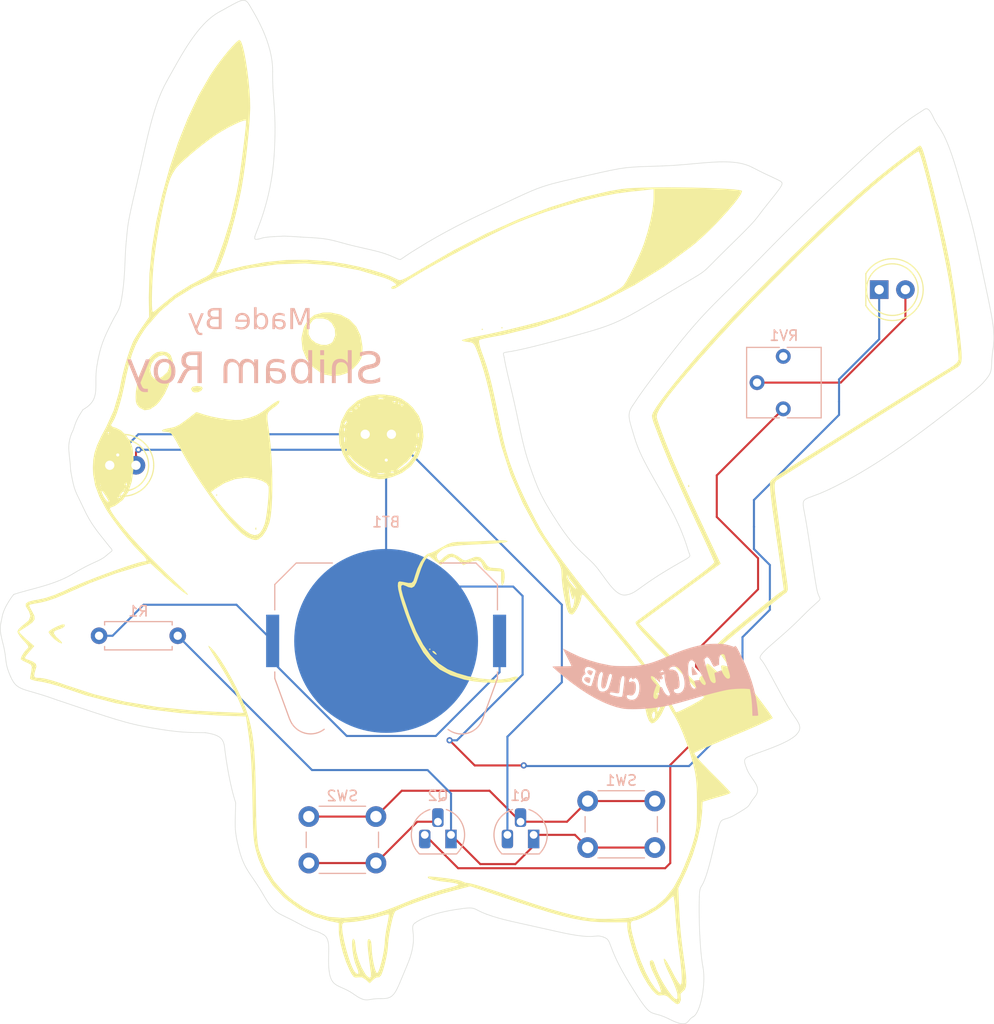
<source format=kicad_pcb>
(kicad_pcb (version 20241229) (generator "pcbnew") (generator_version "9.0")
  (layers (0 "F.Cu" signal) (2 "B.Cu" signal) (13 "F.Paste" user) (15 "B.Paste" user) (5 "F.SilkS" user "F.Silkscreen") (7 "B.SilkS" user "B.Silkscreen") (1 "F.Mask" user) (3 "B.Mask" user) (25 "Edge.Cuts" user))
  (net 0 "")
  (net 1 "Net-(BT1--)")
  (net 2 "Net-(BT1-+)")
  (net 3 "Net-(D1-A)")
  (net 4 "Net-(D3-A)")
  (net 5 "Net-(Q1-B)")
  (net 6 "Net-(Q1-C)")
  (net 7 "Net-(Q2-B)")
  (net 8 "Net-(Q2-E)")
  (footprint "LED_THT:LED_D5.0mm" (layer "F.Cu") (at 75.96 66.5)
    (property "Reference" "D1" (hide yes))
    (property "Value" "LED" (hide yes))
    (pad "1" thru_hole rect (at 0 0) (size 1.8 1.8) (drill 0.9) (layers "*.Cu" "*.Mask") (net 1 "Net-(BT1--)"))
    (pad "2" thru_hole circle (at 2.54 0) (size 1.8 1.8) (drill 0.9) (layers "*.Cu" "*.Mask") (net 3 "Net-(D1-A)"))
  )
  (footprint "LED_THT:LED_D5.0mm" (layer "F.Cu") (at 125.725 52.5)
    (property "Reference" "D3" (hide yes))
    (property "Value" "LED")
    (pad "1" thru_hole rect (at 0 0) (size 1.8 1.8) (drill 0.9) (layers "*.Cu" "*.Mask") (net 1 "Net-(BT1--)"))
    (pad "2" thru_hole circle (at 2.54 0) (size 1.8 1.8) (drill 0.9) (layers "*.Cu" "*.Mask") (net 4 "Net-(D3-A)"))
  )
  (footprint "LOGO" (layer "F.Cu") (at 88.642848 75.47625)
    (property "Reference" "G***" (hide yes))
    (property "Value" "LOGO" (hide yes))
  )
  (footprint "LED_THT:LED_D5.0mm" (layer "F.Cu") (at 51.225 69.5)
    (property "Reference" "D2" (hide yes))
    (property "Value" "LED" (hide yes))
    (pad "1" thru_hole rect (at 0 0) (size 1.8 1.8) (drill 0.9) (layers "*.Cu" "*.Mask") (net 1 "Net-(BT1--)"))
    (pad "2" thru_hole circle (at 2.54 0) (size 1.8 1.8) (drill 0.9) (layers "*.Cu" "*.Mask") (net 3 "Net-(D1-A)"))
  )
  (footprint "Battery:BatteryHolder_Keystone_3034_1x20mm" (layer "B.Cu") (at 77.985 86.5 180)
    (property "Reference" "BT1" (at 0 11.5 0) (layer "B.SilkS") (effects (justify mirror)))
    (property "Value" "Battery_Cell")
    (pad "1" smd rect (at -10.985 0 180) (size 1.27 5.08) (layers "B.Cu" "B.Mask" "B.Paste") (net 2 "Net-(BT1-+)"))
    (pad "1" smd rect (at 10.985 0 180) (size 1.27 5.08) (layers "B.Cu" "B.Mask" "B.Paste") (net 2 "Net-(BT1-+)"))
    (pad "2" smd circle (at 0 0 180) (size 17.8 17.8) (layers "B.Cu" "B.Mask") (net 1 "Net-(BT1--)"))
  )
  (footprint "LOGO" (layer "B.Cu") (at 104.010588 90.248872 180)
    (property "Reference" "G***" (at 0 0 0) (layer "B.SilkS") (effects (font (size 1.5 1.5) (thickness 0.3)) (justify mirror)))
    (property "Value" "LOGO" (hide yes))
  )
  (footprint "Package_TO_SOT_THT:TO-92L_HandSolder" (layer "B.Cu") (at 84.27 105.27 180)
    (property "Reference" "Q2" (at 1.27 3.8 0) (layer "B.SilkS") (effects (justify mirror)))
    (property "Value" "NPN")
    (pad "1" thru_hole rect (at 0 0 180) (size 1.1 1.8) (drill 0.75 (offset 0 -0.4)) (layers "*.Cu" "*.Mask") (net 6 "Net-(Q1-C)"))
    (pad "2" thru_hole roundrect (at 1.27 1.27 180) (size 1.1 1.8) (drill 0.75 (offset 0 0.4)) (layers "*.Cu" "*.Mask") (net 7 "Net-(Q2-B)"))
    (pad "3" thru_hole roundrect (at 2.54 0 180) (size 1.1 1.8) (drill 0.75 (offset 0 -0.4)) (layers "*.Cu" "*.Mask") (net 8 "Net-(Q2-E)"))
  )
  (footprint "Package_TO_SOT_THT:TO-92L_HandSolder" (layer "B.Cu") (at 92.27 105.27 180)
    (property "Reference" "Q1" (at 1.27 3.8 0) (layer "B.SilkS") (effects (justify mirror)))
    (property "Value" "NPN")
    (pad "1" thru_hole rect (at 0 0 180) (size 1.1 1.8) (drill 0.75 (offset 0 -0.4)) (layers "*.Cu" "*.Mask") (net 6 "Net-(Q1-C)"))
    (pad "2" thru_hole roundrect (at 1.27 1.27 180) (size 1.1 1.8) (drill 0.75 (offset 0 0.4)) (layers "*.Cu" "*.Mask") (net 5 "Net-(Q1-B)"))
    (pad "3" thru_hole roundrect (at 2.54 0 180) (size 1.1 1.8) (drill 0.75 (offset 0 -0.4)) (layers "*.Cu" "*.Mask") (net 3 "Net-(D1-A)"))
  )
  (footprint "Button_Switch_THT:SW_PUSH_6mm" (layer "B.Cu") (at 104 102 180)
    (property "Reference" "SW1" (at 3.25 2 0) (layer "B.SilkS") (effects (justify mirror)))
    (property "Value" "SW_Push")
    (pad "1" thru_hole circle (at 0 0 90) (size 2 2) (drill 1.1) (layers "*.Cu" "*.Mask") (net 5 "Net-(Q1-B)"))
    (pad "1" thru_hole circle (at 6.5 0 90) (size 2 2) (drill 1.1) (layers "*.Cu" "*.Mask") (net 5 "Net-(Q1-B)"))
    (pad "2" thru_hole circle (at 0 -4.5 90) (size 2 2) (drill 1.1) (layers "*.Cu" "*.Mask") (net 6 "Net-(Q1-C)"))
    (pad "2" thru_hole circle (at 6.5 -4.5 90) (size 2 2) (drill 1.1) (layers "*.Cu" "*.Mask") (net 6 "Net-(Q1-C)"))
  )
  (footprint "Resistor_THT:R_Axial_DIN0207_L6.3mm_D2.5mm_P7.62mm_Horizontal" (layer "B.Cu") (at 57.81 86 180)
    (property "Reference" "R1" (at 3.81 2.37 0) (layer "B.SilkS") (effects (justify mirror)))
    (property "Value" "R")
    (pad "1" thru_hole circle (at 0 0 180) (size 1.6 1.6) (drill 0.8) (layers "*.Cu" "*.Mask") (net 6 "Net-(Q1-C)"))
    (pad "2" thru_hole circle (at 7.62 0 180) (size 1.6 1.6) (drill 0.8) (layers "*.Cu" "*.Mask") (net 2 "Net-(BT1-+)"))
  )
  (footprint "Button_Switch_THT:SW_PUSH_6mm" (layer "B.Cu") (at 77 103.5 180)
    (property "Reference" "SW2" (at 3.25 2 0) (layer "B.SilkS") (effects (justify mirror)))
    (property "Value" "SW_Push")
    (pad "1" thru_hole circle (at 0 0 90) (size 2 2) (drill 1.1) (layers "*.Cu" "*.Mask") (net 5 "Net-(Q1-B)"))
    (pad "1" thru_hole circle (at 6.5 0 90) (size 2 2) (drill 1.1) (layers "*.Cu" "*.Mask") (net 5 "Net-(Q1-B)"))
    (pad "2" thru_hole circle (at 0 -4.5 90) (size 2 2) (drill 1.1) (layers "*.Cu" "*.Mask") (net 7 "Net-(Q2-B)"))
    (pad "2" thru_hole circle (at 6.5 -4.5 90) (size 2 2) (drill 1.1) (layers "*.Cu" "*.Mask") (net 7 "Net-(Q2-B)"))
  )
  (footprint "Potentiometer_THT:Potentiometer_Vishay_T73YP_Vertical" (layer "B.Cu") (at 116.44 64.04 180)
    (property "Reference" "RV1" (at -0.06 7.09 0) (layer "B.SilkS") (effects (justify mirror)))
    (property "Value" "R_Potentiometer")
    (pad "1" thru_hole circle (at 0 0 180) (size 1.44 1.44) (drill 0.8) (layers "*.Cu" "*.Mask") (net 8 "Net-(Q2-E)"))
    (pad "2" thru_hole circle (at 2.54 2.54 180) (size 1.44 1.44) (drill 0.8) (layers "*.Cu" "*.Mask") (net 4 "Net-(D3-A)"))
    (pad "3" thru_hole circle (at 0 5.08 180) (size 1.44 1.44) (drill 0.8) (layers "*.Cu" "*.Mask"))
  )
  (gr_curve (pts (xy 74.84 120.68) (xy 73.52 119.74) (xy 72.68 120.13) (xy 72.47 118.46)) (stroke (width 0.05)) (layer "Edge.Cuts"))
  (gr_curve (pts (xy 119.66 81.37) (xy 119.97 83.12) (xy 120.66 81.71) (xy 118.29 84.12)) (stroke (width 0.05)) (layer "Edge.Cuts"))
  (gr_curve (pts (xy 41.93 82) (xy 43.72 81.41) (xy 45.86 81.1) (xy 47.72 79.97)) (stroke (width 0.05)) (layer "Edge.Cuts"))
  (gr_curve (pts (xy 105.35 123.08) (xy 103.33 122.06) (xy 103.92 123.47) (xy 101.58 119.69)) (stroke (width 0.05)) (layer "Edge.Cuts"))
  (gr_curve (pts (xy 123.97 39.99) (xy 128.04 36.19) (xy 129.48 35.48) (xy 129.87 35.21)) (stroke (width 0.05)) (layer "Edge.Cuts"))
  (gr_curve (pts (xy 87.74 112.96) (xy 86.22 112.4) (xy 86.85 112.17) (xy 84.78 112.49)) (stroke (width 0.05)) (layer "Edge.Cuts"))
  (gr_curve (pts (xy 90.14 58.47) (xy 89.14 58.64) (xy 89.32 58.54) (xy 89.42 59.08)) (stroke (width 0.05)) (layer "Edge.Cuts"))
  (gr_curve (pts (xy 114.05 49.6) (xy 117.8 45.75) (xy 119.9 43.79) (xy 123.97 39.99)) (stroke (width 0.05)) (layer "Edge.Cuts"))
  (gr_curve (pts (xy 84.78 112.49) (xy 82.71 112.81) (xy 81.43 113.33) (xy 80.78 113.8)) (stroke (width 0.05)) (layer "Edge.Cuts"))
  (gr_curve (pts (xy 107.72 122.87) (xy 107.02 123.23) (xy 107.37 124.1) (xy 105.35 123.08)) (stroke (width 0.05)) (layer "Edge.Cuts"))
  (gr_curve (pts (xy 69.36 113.77) (xy 67.49 112.75) (xy 67.23 113.04) (xy 66.09 111.05)) (stroke (width 0.05)) (layer "Edge.Cuts"))
  (gr_curve (pts (xy 46.1 92.21) (xy 51.73 94.1) (xy 52.79 94.48) (xy 55.37 94.93)) (stroke (width 0.05)) (layer "Edge.Cuts"))
  (gr_curve (pts (xy 52.47 52.77) (xy 52.74 50.87) (xy 52.67 49.28) (xy 52.83 47.79)) (stroke (width 0.05)) (layer "Edge.Cuts"))
  (gr_curve (pts (xy 52.83 47.79) (xy 52.99 46.3) (xy 52.84 46.52) (xy 53.83 42.34)) (stroke (width 0.05)) (layer "Edge.Cuts"))
  (gr_curve (pts (xy 64.75 24.96) (xy 65.24 25.8) (xy 67.04 28.58) (xy 67 31.42)) (stroke (width 0.05)) (layer "Edge.Cuts"))
  (gr_curve (pts (xy 94.5 114.62) (xy 90.55 113.72) (xy 89.26 113.52) (xy 87.74 112.96)) (stroke (width 0.05)) (layer "Edge.Cuts"))
  (gr_curve (pts (xy 111.1 48.42) (xy 107.95 51.49) (xy 109.74 50.16) (xy 105.27 52.84)) (stroke (width 0.05)) (layer "Edge.Cuts"))
  (gr_curve (pts (xy 97.44 41.46) (xy 101.31 40.58) (xy 101.1 40.65) (xy 104.73 40.53)) (stroke (width 0.05)) (layer "Edge.Cuts"))
  (gr_curve (pts (xy 105.32 73.3) (xy 103.76 70.47) (xy 102.63 68.79) (xy 102.05 66.86)) (stroke (width 0.05)) (layer "Edge.Cuts"))
  (gr_curve (pts (xy 55.37 94.93) (xy 57.95 95.38) (xy 58.78 95.36) (xy 60.47 95.38)) (stroke (width 0.05)) (layer "Edge.Cuts"))
  (gr_curve (pts (xy 80.98 48.54) (xy 81.69 48.12) (xy 82.05 47.84) (xy 84.06 46.76)) (stroke (width 0.05)) (layer "Edge.Cuts"))
  (gr_curve (pts (xy 49.98 59.91) (xy 50.3 57.96) (xy 50.66 57.21) (xy 51.37 55.77)) (stroke (width 0.05)) (layer "Edge.Cuts"))
  (gr_curve (pts (xy 47.72 79.97) (xy 49.58 78.84) (xy 50.25 78.81) (xy 50.88 78.25)) (stroke (width 0.05)) (layer "Edge.Cuts"))
  (gr_curve (pts (xy 79.39 49.58) (xy 79.39 49.58) (xy 80.27 48.96) (xy 80.98 48.54)) (stroke (width 0.05)) (layer "Edge.Cuts"))
  (gr_curve (pts (xy 84.06 46.76) (xy 86.07 45.68) (xy 87.85 44.9) (xy 90.51 43.65)) (stroke (width 0.05)) (layer "Edge.Cuts"))
  (gr_curve (pts (xy 96.77 56.81) (xy 93.24 57.79) (xy 91.14 58.3) (xy 90.14 58.47)) (stroke (width 0.05)) (layer "Edge.Cuts"))
  (gr_curve (pts (xy 101.58 119.69) (xy 99.24 115.91) (xy 99.96 115.47) (xy 99 115.15)) (stroke (width 0.05)) (layer "Edge.Cuts"))
  (gr_curve (pts (xy 113.44 40.67) (xy 115.45 41.72) (xy 116.2 41.92) (xy 116.3 42.14)) (stroke (width 0.05)) (layer "Edge.Cuts"))
  (gr_curve (pts (xy 116.79 92.68) (xy 117.73 94.32) (xy 118.49 94.71) (xy 117.73 95.55)) (stroke (width 0.05)) (layer "Edge.Cuts"))
  (gr_curve (pts (xy 116.3 42.14) (xy 116.4 42.36) (xy 116.16 42.67) (xy 114.84 44.31)) (stroke (width 0.05)) (layer "Edge.Cuts"))
  (gr_curve (pts (xy 65.28 47.36) (xy 65.21 47.74) (xy 65.39 47.64) (xy 65.66 47.6)) (stroke (width 0.05)) (layer "Edge.Cuts"))
  (gr_curve (pts (xy 41.93 82) (xy 41.93 82) (xy 41.93 82) (xy 41.93 82)) (stroke (width 0.05)) (layer "Edge.Cuts"))
  (gr_curve (pts (xy 46.1 92.21) (xy 42.83 91.01) (xy 42.28 91.43) (xy 41.63 89.96)) (stroke (width 0.05)) (layer "Edge.Cuts"))
  (gr_curve (pts (xy 98.54 79.59) (xy 99.54 80.91) (xy 100.27 82.2) (xy 101.22 82.05)) (stroke (width 0.05)) (layer "Edge.Cuts"))
  (gr_curve (pts (xy 107.34 78.05) (xy 107.15 77.61) (xy 106.88 76.13) (xy 105.32 73.3)) (stroke (width 0.05)) (layer "Edge.Cuts"))
  (gr_curve (pts (xy 136.21 61.01) (xy 135.63 61.76) (xy 135.47 61.96) (xy 130.95 65.4)) (stroke (width 0.05)) (layer "Edge.Cuts"))
  (gr_curve (pts (xy 77.47 121.12) (xy 76.09 121.09) (xy 76.16 121.62) (xy 74.84 120.68)) (stroke (width 0.05)) (layer "Edge.Cuts"))
  (gr_curve (pts (xy 120.97 71.79) (xy 118.36 73.05) (xy 118.15 72.37) (xy 118.49 74.1)) (stroke (width 0.05)) (layer "Edge.Cuts"))
  (gr_curve (pts (xy 80.04 117.84) (xy 78.84 120.68) (xy 78.85 121.15) (xy 77.47 121.12)) (stroke (width 0.05)) (layer "Edge.Cuts"))
  (gr_curve (pts (xy 101.88 63.69) (xy 102.49 62.79) (xy 102.95 62.02) (xy 106 58.16)) (stroke (width 0.05)) (layer "Edge.Cuts"))
  (gr_curve (pts (xy 90.51 43.65) (xy 93.17 42.4) (xy 93.57 42.34) (xy 97.44 41.46)) (stroke (width 0.05)) (layer "Edge.Cuts"))
  (gr_curve (pts (xy 99 115.15) (xy 98.04 114.83) (xy 98.45 115.52) (xy 94.5 114.62)) (stroke (width 0.05)) (layer "Edge.Cuts"))
  (gr_curve (pts (xy 118.29 84.12) (xy 115.92 86.53) (xy 113.81 87.82) (xy 114.25 88.26)) (stroke (width 0.05)) (layer "Edge.Cuts"))
  (gr_curve (pts (xy 73.71 47.97) (xy 75.36 48.44) (xy 76.87 48.67) (xy 77.9 49.03)) (stroke (width 0.05)) (layer "Edge.Cuts"))
  (gr_curve (pts (xy 41.63 89.96) (xy 40.98 88.49) (xy 41.31 88.38) (xy 40.9 86.8)) (stroke (width 0.05)) (layer "Edge.Cuts"))
  (gr_curve (pts (xy 63.75 106.69) (xy 63.22 104.65) (xy 63.39 104.21) (xy 63.42 102.16)) (stroke (width 0.05)) (layer "Edge.Cuts"))
  (gr_curve (pts (xy 47.45 70.06) (xy 47.35 68.24) (xy 47.03 67.73) (xy 47.54 66.4)) (stroke (width 0.05)) (layer "Edge.Cuts"))
  (gr_curve (pts (xy 72.47 118.46) (xy 72.26 116.79) (xy 72.76 115.42) (xy 71.91 114.92)) (stroke (width 0.05)) (layer "Edge.Cuts"))
  (gr_curve (pts (xy 112.93 98.94) (xy 113.37 100.02) (xy 114.48 100.63) (xy 113.66 101.63)) (stroke (width 0.05)) (layer "Edge.Cuts"))
  (gr_curve (pts (xy 66.09 111.05) (xy 64.95 109.06) (xy 64.28 108.73) (xy 63.75 106.69)) (stroke (width 0.05)) (layer "Edge.Cuts"))
  (gr_curve (pts (xy 105.27 52.84) (xy 100.8 55.52) (xy 100.3 55.83) (xy 96.77 56.81)) (stroke (width 0.05)) (layer "Edge.Cuts"))
  (gr_curve (pts (xy 90.15 62.37) (xy 90.84 65.23) (xy 91.1 67.28) (xy 91.88 69.52)) (stroke (width 0.05)) (layer "Edge.Cuts"))
  (gr_curve (pts (xy 117.73 95.55) (xy 116.97 96.39) (xy 114.25 97.22) (xy 113.46 97.54)) (stroke (width 0.05)) (layer "Edge.Cuts"))
  (gr_curve (pts (xy 53.83 42.34) (xy 54.82 38.16) (xy 55.35 34.82) (xy 56.75 32.33)) (stroke (width 0.05)) (layer "Edge.Cuts"))
  (gr_curve (pts (xy 61.84 25.62) (xy 63.98 24.46) (xy 64.26 24.12) (xy 64.75 24.96)) (stroke (width 0.05)) (layer "Edge.Cuts"))
  (gr_curve (pts (xy 114.84 44.31) (xy 113.52 45.95) (xy 114.25 45.35) (xy 111.1 48.42)) (stroke (width 0.05)) (layer "Edge.Cuts"))
  (gr_curve (pts (xy 91.88 69.52) (xy 92.66 71.76) (xy 92.96 72.56) (xy 94.74 75.27)) (stroke (width 0.05)) (layer "Edge.Cuts"))
  (gr_curve (pts (xy 51.2 77.37) (xy 49.98 75.83) (xy 49.44 75.27) (xy 48.66 73.59)) (stroke (width 0.05)) (layer "Edge.Cuts"))
  (gr_curve (pts (xy 69.72 47.41) (xy 71.7 47.53) (xy 72.06 47.5) (xy 73.71 47.97)) (stroke (width 0.05)) (layer "Edge.Cuts"))
  (gr_curve (pts (xy 63.42 102.16) (xy 63.42 102.16) (xy 63.42 102.16) (xy 63.42 102.16)) (stroke (width 0.05)) (layer "Edge.Cuts"))
  (gr_curve (pts (xy 113.66 101.63) (xy 112.84 102.63) (xy 113.55 102.28) (xy 111.82 103.3)) (stroke (width 0.05)) (layer "Edge.Cuts"))
  (gr_curve (pts (xy 136.75 58.23) (xy 136.48 59.91) (xy 136.79 60.26) (xy 136.21 61.01)) (stroke (width 0.05)) (layer "Edge.Cuts"))
  (gr_curve (pts (xy 135.7 50.62) (xy 136.65 55.13) (xy 137.02 56.55) (xy 136.75 58.23)) (stroke (width 0.05)) (layer "Edge.Cuts"))
  (gr_curve (pts (xy 48.66 73.59) (xy 47.88 71.91) (xy 47.82 72.14) (xy 47.45 70.06)) (stroke (width 0.05)) (layer "Edge.Cuts"))
  (gr_curve (pts (xy 104.73 40.53) (xy 108.36 40.41) (xy 111.43 39.62) (xy 113.44 40.67)) (stroke (width 0.05)) (layer "Edge.Cuts"))
  (gr_curve (pts (xy 80.78 113.8) (xy 80.13 114.27) (xy 81.24 115) (xy 80.04 117.84)) (stroke (width 0.05)) (layer "Edge.Cuts"))
  (gr_curve (pts (xy 109.57 107.02) (xy 108.57 111.29) (xy 108.37 109.6) (xy 108.31 111.29)) (stroke (width 0.05)) (layer "Edge.Cuts"))
  (gr_curve (pts (xy 47.54 66.4) (xy 47.9 65.75) (xy 47.72 65.46) (xy 48.64 64.11)) (stroke (width 0.05)) (layer "Edge.Cuts"))
  (gr_curve (pts (xy 60.47 95.38) (xy 62.11 95.62) (xy 62.29 96.07) (xy 62.38 97.1)) (stroke (width 0.05)) (layer "Edge.Cuts"))
  (gr_curve (pts (xy 40.81 84.16) (xy 41.01 83.11) (xy 41.93 82) (xy 41.93 82)) (stroke (width 0.05)) (layer "Edge.Cuts"))
  (gr_curve (pts (xy 71.91 114.92) (xy 71.06 114.42) (xy 71.23 114.79) (xy 69.36 113.77)) (stroke (width 0.05)) (layer "Edge.Cuts"))
  (gr_curve (pts (xy 101.22 82.05) (xy 102.17 81.9) (xy 102.28 81.44) (xy 104.81 79.88)) (stroke (width 0.05)) (layer "Edge.Cuts"))
  (gr_curve (pts (xy 67.14 39.56) (xy 66.86 43.99) (xy 65.35 46.98) (xy 65.28 47.36)) (stroke (width 0.05)) (layer "Edge.Cuts"))
  (gr_curve (pts (xy 106 58.16) (xy 109.05 54.3) (xy 110.3 53.45) (xy 114.05 49.6)) (stroke (width 0.05)) (layer "Edge.Cuts"))
  (gr_curve (pts (xy 130.95 65.4) (xy 126.43 68.84) (xy 123.58 70.53) (xy 120.97 71.79)) (stroke (width 0.05)) (layer "Edge.Cuts"))
  (gr_curve (pts (xy 113.46 97.54) (xy 112.67 97.86) (xy 112.49 97.86) (xy 112.93 98.94)) (stroke (width 0.05)) (layer "Edge.Cuts"))
  (gr_curve (pts (xy 102.05 66.86) (xy 101.47 64.93) (xy 101.27 64.59) (xy 101.88 63.69)) (stroke (width 0.05)) (layer "Edge.Cuts"))
  (gr_curve (pts (xy 65.66 47.6) (xy 65.93 47.56) (xy 65.92 47.43) (xy 67.16 47.37)) (stroke (width 0.05)) (layer "Edge.Cuts"))
  (gr_curve (pts (xy 118.49 74.1) (xy 118.83 75.83) (xy 119.35 79.62) (xy 119.66 81.37)) (stroke (width 0.05)) (layer "Edge.Cuts"))
  (gr_curve (pts (xy 108.31 111.29) (xy 108.25 112.98) (xy 108.34 116.41) (xy 108.66 118.05)) (stroke (width 0.05)) (layer "Edge.Cuts"))
  (gr_curve (pts (xy 133.41 41.55) (xy 134.75 46.21) (xy 134.75 46.11) (xy 135.7 50.62)) (stroke (width 0.05)) (layer "Edge.Cuts"))
  (gr_curve (pts (xy 94.74 75.27) (xy 96.52 77.98) (xy 97.54 78.27) (xy 98.54 79.59)) (stroke (width 0.05)) (layer "Edge.Cuts"))
  (gr_curve (pts (xy 67 31.42) (xy 66.96 34.26) (xy 67.42 35.13) (xy 67.14 39.56)) (stroke (width 0.05)) (layer "Edge.Cuts"))
  (gr_curve (pts (xy 129.87 35.21) (xy 130.26 34.94) (xy 130.45 34.7) (xy 130.99 35.87)) (stroke (width 0.05)) (layer "Edge.Cuts"))
  (gr_curve (pts (xy 130.99 35.87) (xy 131.53 37.04) (xy 132.07 36.89) (xy 133.41 41.55)) (stroke (width 0.05)) (layer "Edge.Cuts"))
  (gr_curve (pts (xy 77.9 49.03) (xy 78.93 49.39) (xy 79.16 49.62) (xy 79.39 49.58)) (stroke (width 0.05)) (layer "Edge.Cuts"))
  (gr_curve (pts (xy 108.66 118.05) (xy 108.98 119.69) (xy 108.42 122.51) (xy 107.72 122.87)) (stroke (width 0.05)) (layer "Edge.Cuts"))
  (gr_curve (pts (xy 62.38 97.1) (xy 62.81 100.47) (xy 63.42 102.16) (xy 63.42 102.16)) (stroke (width 0.05)) (layer "Edge.Cuts"))
  (gr_curve (pts (xy 56.75 32.33) (xy 58.15 29.84) (xy 59.7 26.78) (xy 61.84 25.62)) (stroke (width 0.05)) (layer "Edge.Cuts"))
  (gr_curve (pts (xy 48.64 64.11) (xy 50.43 63.12) (xy 49.66 61.86) (xy 49.98 59.91)) (stroke (width 0.05)) (layer "Edge.Cuts"))
  (gr_curve (pts (xy 67.16 47.37) (xy 68.4 47.31) (xy 67.74 47.29) (xy 69.72 47.41)) (stroke (width 0.05)) (layer "Edge.Cuts"))
  (gr_curve (pts (xy 50.88 78.25) (xy 51.51 77.69) (xy 51.62 77.86) (xy 51.2 77.37)) (stroke (width 0.05)) (layer "Edge.Cuts"))
  (gr_curve (pts (xy 89.42 59.08) (xy 89.52 59.62) (xy 89.46 59.51) (xy 90.15 62.37)) (stroke (width 0.05)) (layer "Edge.Cuts"))
  (gr_curve (pts (xy 111.82 103.3) (xy 110.09 104.32) (xy 110.57 102.75) (xy 109.57 107.02)) (stroke (width 0.05)) (layer "Edge.Cuts"))
  (gr_curve (pts (xy 114.25 88.26) (xy 114.69 88.7) (xy 115.85 91.04) (xy 116.79 92.68)) (stroke (width 0.05)) (layer "Edge.Cuts"))
  (gr_curve (pts (xy 40.9 86.8) (xy 40.49 85.22) (xy 40.61 85.21) (xy 40.81 84.16)) (stroke (width 0.05)) (layer "Edge.Cuts"))
  (gr_curve (pts (xy 104.81 79.88) (xy 107.34 78.32) (xy 107.53 78.49) (xy 107.34 78.05)) (stroke (width 0.05)) (layer "Edge.Cuts"))
  (gr_curve (pts (xy 51.37 55.77) (xy 52.08 54.33) (xy 52.2 54.67) (xy 52.47 52.77)) (stroke (width 0.05)) (layer "Edge.Cuts"))
  (gr_text "Shibam Roy\n" (at 77.7 62.06 0) (layer "B.SilkS") (effects (font (size 3 3)) (justify left bottom mirror)))
  (gr_text "Made By" (at 70.85 56.66 0) (layer "B.SilkS") (effects (font (size 2 2)) (justify left bottom mirror)))
  (segment (start 78 69) (end 75.96 66.96) (width 0.2) (layer "F.Cu") (net 1))
  (segment (start 91.31 98.55) (end 86.56 98.55) (width 0.2) (layer "F.Cu") (net 1))
  (segment (start 51.225 69.275) (end 52 68.5) (width 0.2) (layer "F.Cu") (net 1))
  (segment (start 75.96 66.96) (end 75.96 66.5) (width 0.2) (layer "F.Cu") (net 1))
  (segment (start 51.225 69.5) (end 51.225 69.275) (width 0.2) (layer "F.Cu") (net 1))
  (segment (start 86.56 98.55) (end 84.13 96.12) (width 0.2) (layer "F.Cu") (net 1))
  (via (at 91.31 98.55) (size 0.6) (drill 0.3) (layers "F.Cu" "B.Cu") (net 1))
  (via (at 78 69) (size 0.6) (drill 0.3) (layers "F.Cu" "B.Cu") (net 1))
  (via (at 84.13 96.12) (size 0.6) (drill 0.3) (layers "F.Cu" "B.Cu") (net 1))
  (via (at 52 68.5) (size 0.6) (drill 0.3) (layers "F.Cu" "B.Cu") (net 1))
  (segment (start 77.985 86.5) (end 77.985 69.015) (width 0.2) (layer "B.Cu") (net 1))
  (segment (start 90.29 81.24) (end 83.245 81.24) (width 0.2) (layer "B.Cu") (net 1))
  (segment (start 114.71 78.72) (end 115.14 79.15) (width 0.2) (layer "B.Cu") (net 1))
  (segment (start 107.74 98.19) (end 107.32 98.61) (width 0.2) (layer "B.Cu") (net 1))
  (segment (start 115.14 83.49) (end 112.88 85.75) (width 0.2) (layer "B.Cu") (net 1))
  (segment (start 112.49 93.71) (end 112.36 93.84) (width 0.2) (layer "B.Cu") (net 1))
  (segment (start 125.44 57.58) (end 121.84 61.18) (width 0.2) (layer "B.Cu") (net 1))
  (segment (start 91.37 98.61) (end 91.31 98.55) (width 0.2) (layer "B.Cu") (net 1))
  (segment (start 54 66.5) (end 75.96 66.5) (width 0.2) (layer "B.Cu") (net 1))
  (segment (start 107.32 98.61) (end 91.37 98.61) (width 0.2) (layer "B.Cu") (net 1))
  (segment (start 77.985 69.015) (end 78 69) (width 0.2) (layer "B.Cu") (net 1))
  (segment (start 112.09 93.84) (end 107.74 98.19) (width 0.2) (layer "B.Cu") (net 1))
  (segment (start 113.6 75.45) (end 113.6 77.61) (width 0.2) (layer "B.Cu") (net 1))
  (segment (start 121.84 64.62) (end 119.62 66.84) (width 0.2) (layer "B.Cu") (net 1))
  (segment (start 121.84 63.34) (end 121.84 64.62) (width 0.2) (layer "B.Cu") (net 1))
  (segment (start 119.62 66.84) (end 113.6 72.86) (width 0.2) (layer "B.Cu") (net 1))
  (segment (start 121.84 61.18) (end 121.84 63.34) (width 0.2) (layer "B.Cu") (net 1))
  (segment (start 91.2 89.76) (end 91.2 82.15) (width 0.2) (layer "B.Cu") (net 1))
  (segment (start 112.49 86.14) (end 112.49 87.62) (width 0.2) (layer "B.Cu") (net 1))
  (segment (start 115.14 79.15) (end 115.14 82.65) (width 0.2) (layer "B.Cu") (net 1))
  (segment (start 112.36 93.84) (end 112.09 93.84) (width 0.2) (layer "B.Cu") (net 1))
  (segment (start 84.84 96.12) (end 91.2 89.76) (width 0.2) (layer "B.Cu") (net 1))
  (segment (start 125.725 52.5) (end 125.725 57.295) (width 0.2) (layer "B.Cu") (net 1))
  (segment (start 115.14 82.65) (end 115.14 83.49) (width 0.2) (layer "B.Cu") (net 1))
  (segment (start 112.49 87.62) (end 112.49 93.71) (width 0.2) (layer "B.Cu") (net 1))
  (segment (start 84.13 96.12) (end 84.84 96.12) (width 0.2) (layer "B.Cu") (net 1))
  (segment (start 83.245 81.24) (end 77.985 86.5) (width 0.2) (layer "B.Cu") (net 1))
  (segment (start 52 68.5) (end 54 66.5) (width 0.2) (layer "B.Cu") (net 1))
  (segment (start 91.2 82.15) (end 90.29 81.24) (width 0.2) (layer "B.Cu") (net 1))
  (segment (start 112.88 85.75) (end 112.49 86.14) (width 0.2) (layer "B.Cu") (net 1))
  (segment (start 113.6 77.61) (end 114.71 78.72) (width 0.2) (layer "B.Cu") (net 1))
  (segment (start 125.725 57.295) (end 125.44 57.58) (width 0.2) (layer "B.Cu") (net 1))
  (segment (start 113.6 72.86) (end 113.6 75.45) (width 0.2) (layer "B.Cu") (net 1))
  (segment (start 67 84.472821) (end 67 86.5) (width 0.2) (layer "B.Cu") (net 2))
  (segment (start 82.799 95.701) (end 88.97 89.53) (width 0.2) (layer "B.Cu") (net 2))
  (segment (start 88.97 89.53) (end 88.97 86.5) (width 0.2) (layer "B.Cu") (net 2))
  (segment (start 63.5 83) (end 67 86.5) (width 0.2) (layer "B.Cu") (net 2))
  (segment (start 74.173821 95.701) (end 82.799 95.701) (width 0.2) (layer "B.Cu") (net 2))
  (segment (start 88.97 86.5) (end 88.97 84.472821) (width 0.2) (layer "B.Cu") (net 2))
  (segment (start 67 88.527179) (end 74.173821 95.701) (width 0.2) (layer "B.Cu") (net 2))
  (segment (start 50.19 86) (end 51.5 86) (width 0.2) (layer "B.Cu") (net 2))
  (segment (start 54.5 83) (end 63.5 83) (width 0.2) (layer "B.Cu") (net 2))
  (segment (start 67 86.5) (end 67 88.527179) (width 0.2) (layer "B.Cu") (net 2))
  (segment (start 51.5 86) (end 54.5 83) (width 0.2) (layer "B.Cu") (net 2))
  (segment (start 53.765 69.5) (end 53.765 68.235) (width 0.2) (layer "F.Cu") (net 3))
  (segment (start 53.765 68.235) (end 54 68) (width 0.2) (layer "F.Cu") (net 3))
  (via (at 54 68) (size 0.6) (drill 0.3) (layers "F.Cu" "B.Cu") (net 3))
  (segment (start 54 68) (end 77 68) (width 0.2) (layer "B.Cu") (net 3))
  (segment (start 77 68) (end 78.5 66.5) (width 0.2) (layer "B.Cu") (net 3))
  (segment (start 95 83) (end 78.5 66.5) (width 0.2) (layer "B.Cu") (net 3))
  (segment (start 89.73 105.27) (end 89.73 95.77) (width 0.2) (layer "B.Cu") (net 3))
  (segment (start 95 90.5) (end 95 83) (width 0.2) (layer "B.Cu") (net 3))
  (segment (start 89.73 95.77) (end 95 90.5) (width 0.2) (layer "B.Cu") (net 3))
  (segment (start 122 61.5) (end 128.265 55.235) (width 0.2) (layer "F.Cu") (net 4))
  (segment (start 113.9 61.5) (end 122 61.5) (width 0.2) (layer "F.Cu") (net 4))
  (segment (start 128.265 55.235) (end 128.265 52.5) (width 0.2) (layer "F.Cu") (net 4))
  (segment (start 91 104) (end 88 101) (width 0.2) (layer "F.Cu") (net 5))
  (segment (start 88 101) (end 79.5 101) (width 0.2) (layer "F.Cu") (net 5))
  (segment (start 77 103.5) (end 70.5 103.5) (width 0.2) (layer "F.Cu") (net 5))
  (segment (start 79.5 101) (end 77 103.5) (width 0.2) (layer "F.Cu") (net 5))
  (segment (start 104 102) (end 97.5 102) (width 0.2) (layer "F.Cu") (net 5))
  (segment (start 91 104) (end 95.5 104) (width 0.2) (layer "F.Cu") (net 5))
  (segment (start 95.5 104) (end 97.5 102) (width 0.2) (layer "F.Cu") (net 5))
  (segment (start 90.5 108.099) (end 92.27 106.329) (width 0.2) (layer "F.Cu") (net 6))
  (segment (start 97.5 106.5) (end 96.27 105.27) (width 0.2) (layer "F.Cu") (net 6))
  (segment (start 96.27 105.27) (end 92.27 105.27) (width 0.2) (layer "F.Cu") (net 6))
  (segment (start 84.27 105.27) (end 87.099 108.099) (width 0.2) (layer "F.Cu") (net 6))
  (segment (start 104 106.5) (end 97.5 106.5) (width 0.2) (layer "F.Cu") (net 6))
  (segment (start 87.099 108.099) (end 90.5 108.099) (width 0.2) (layer "F.Cu") (net 6))
  (segment (start 92.27 106.329) (end 92.27 105.27) (width 0.2) (layer "F.Cu") (net 6))
  (segment (start 84.27 105.27) (end 84.27 101.27) (width 0.2) (layer "B.Cu") (net 6))
  (segment (start 70.81 99) (end 57.81 86) (width 0.2) (layer "B.Cu") (net 6))
  (segment (start 82 99) (end 70.81 99) (width 0.2) (layer "B.Cu") (net 6))
  (segment (start 84.27 101.27) (end 82 99) (width 0.2) (layer "B.Cu") (net 6))
  (segment (start 77 108) (end 81 104) (width 0.2) (layer "F.Cu") (net 7))
  (segment (start 70.5 108) (end 77 108) (width 0.2) (layer "F.Cu") (net 7))
  (segment (start 81 104) (end 83 104) (width 0.2) (layer "F.Cu") (net 7))
  (segment (start 114 81.5) (end 108 87.5) (width 0.2) (layer "F.Cu") (net 8))
  (segment (start 116.44 64.04) (end 110 70.48) (width 0.2) (layer "F.Cu") (net 8))
  (segment (start 108 89) (end 110.5 91.5) (width 0.2) (layer "F.Cu") (net 8))
  (segment (start 110.5 93.5) (end 105.5 98.5) (width 0.2) (layer "F.Cu") (net 8))
  (segment (start 105.5 98.5) (end 105.5 108) (width 0.2) (layer "F.Cu") (net 8))
  (segment (start 110 70.48) (end 110 74.5) (width 0.2) (layer "F.Cu") (net 8))
  (segment (start 84.96 108.5) (end 81.73 105.27) (width 0.2) (layer "F.Cu") (net 8))
  (segment (start 105 108.5) (end 84.96 108.5) (width 0.2) (layer "F.Cu") (net 8))
  (segment (start 110 74.5) (end 114 78.5) (width 0.2) (layer "F.Cu") (net 8))
  (segment (start 114 78.5) (end 114 81.5) (width 0.2) (layer "F.Cu") (net 8))
  (segment (start 105.5 108) (end 105 108.5) (width 0.2) (layer "F.Cu") (net 8))
  (segment (start 108 87.5) (end 108 89) (width 0.2) (layer "F.Cu") (net 8))
  (segment (start 110.5 91.5) (end 110.5 93.5) (width 0.2) (layer "F.Cu") (net 8))
)
</source>
